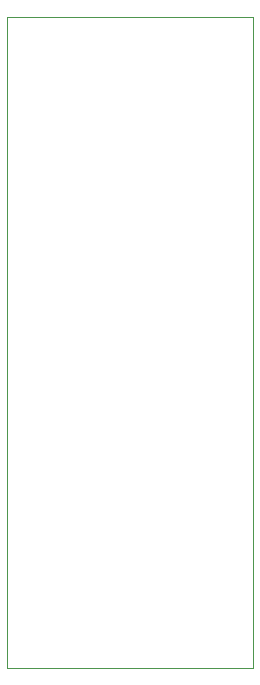
<source format=gbr>
%TF.GenerationSoftware,KiCad,Pcbnew,6.0.8-f2edbf62ab~116~ubuntu22.04.1*%
%TF.CreationDate,2022-10-03T19:02:53-04:00*%
%TF.ProjectId,RaspberryPi_PicoProgrammer,52617370-6265-4727-9279-50695f506963,rev?*%
%TF.SameCoordinates,Original*%
%TF.FileFunction,Profile,NP*%
%FSLAX46Y46*%
G04 Gerber Fmt 4.6, Leading zero omitted, Abs format (unit mm)*
G04 Created by KiCad (PCBNEW 6.0.8-f2edbf62ab~116~ubuntu22.04.1) date 2022-10-03 19:02:53*
%MOMM*%
%LPD*%
G01*
G04 APERTURE LIST*
%TA.AperFunction,Profile*%
%ADD10C,0.100000*%
%TD*%
G04 APERTURE END LIST*
D10*
X135100000Y-59944000D02*
X155956000Y-59944000D01*
X155956000Y-59944000D02*
X155956000Y-115062000D01*
X155956000Y-115062000D02*
X135100000Y-115062000D01*
X135100000Y-115062000D02*
X135100000Y-59944000D01*
M02*

</source>
